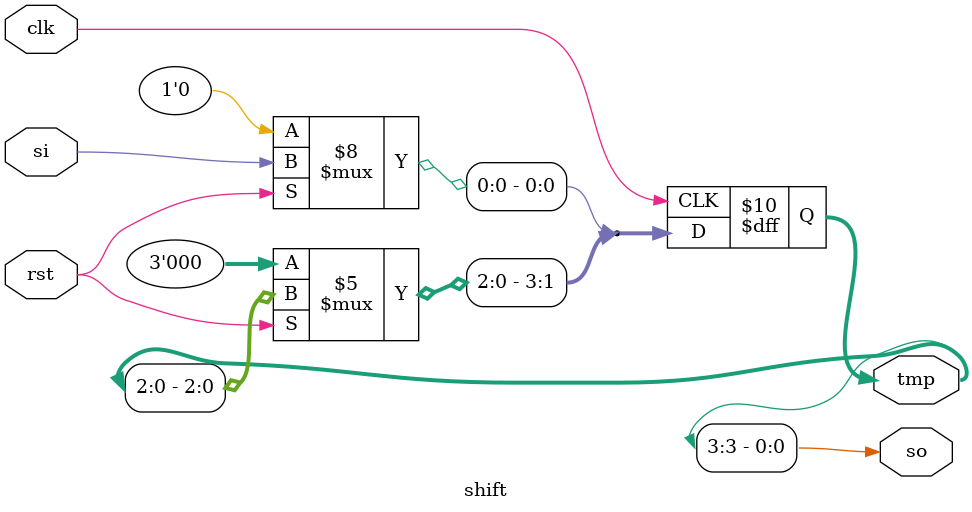
<source format=v>
`timescale 1ns / 1ps


module shift(
    input clk, si,rst,
    output so,
    output reg [3:0] tmp
    );
    always@(posedge clk)
    begin 
    if(rst == 0)
        tmp = 4'b0000;
     else
        begin
        tmp <= tmp << 1;
        tmp[0] <= si;
        end
    end
        assign so = tmp[3];
endmodule

</source>
